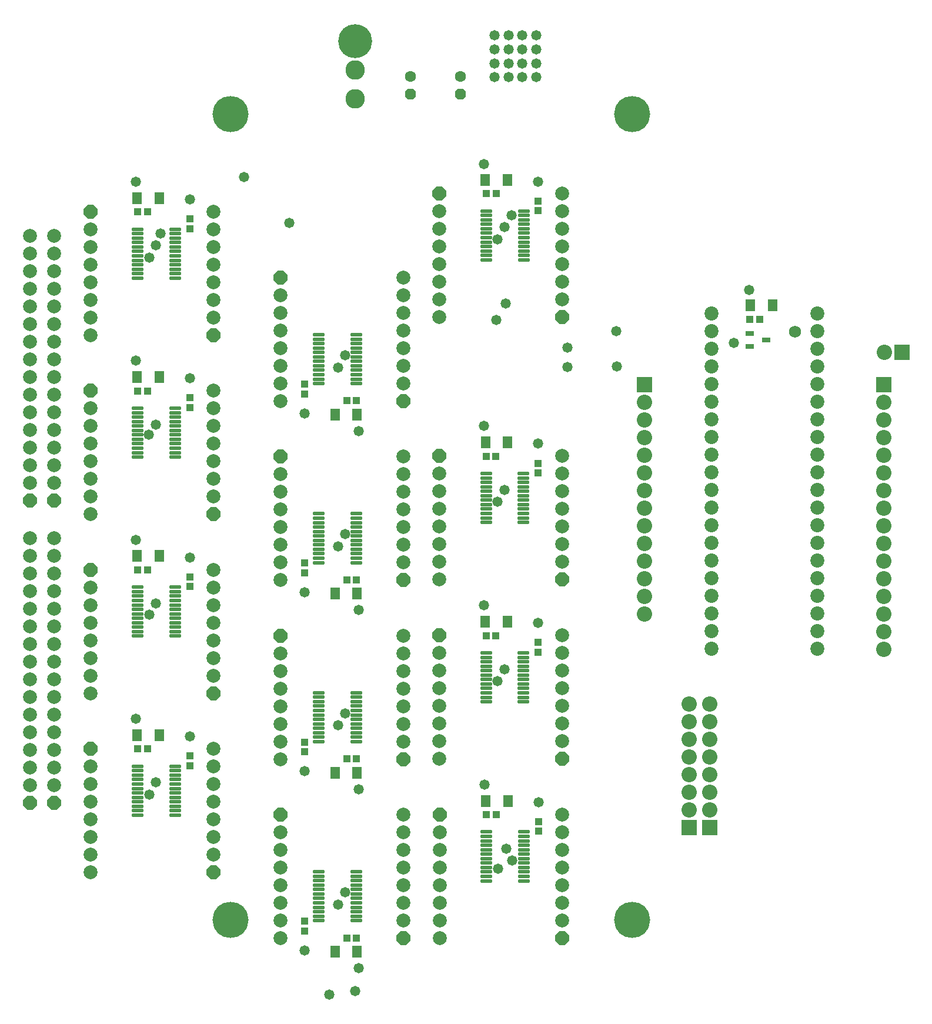
<source format=gts>
G04 Layer_Color=8388736*
%FSLAX44Y44*%
%MOMM*%
G71*
G01*
G75*
%ADD40O,1.7032X0.5432*%
%ADD41R,1.0532X1.0532*%
%ADD42R,1.4032X1.8032*%
%ADD43R,1.0532X1.0532*%
%ADD44R,1.3032X0.8032*%
%ADD45C,2.8032*%
%ADD46C,1.6032*%
%ADD47P,1.7353X8X112.5*%
%ADD48C,2.2032*%
%ADD49R,2.2032X2.2032*%
%ADD50C,1.7272*%
%ADD51C,2.0032*%
%ADD52P,2.1683X8X112.5*%
%ADD53C,2.0232*%
%ADD54R,2.2032X2.2032*%
%ADD55C,1.4732*%
%ADD56C,4.8832*%
%ADD57C,5.2032*%
D40*
X-108100Y192400D02*
D03*
Y198800D02*
D03*
Y205200D02*
D03*
Y211600D02*
D03*
Y218000D02*
D03*
Y224400D02*
D03*
Y230800D02*
D03*
Y237200D02*
D03*
Y243600D02*
D03*
Y250000D02*
D03*
Y256400D02*
D03*
Y262800D02*
D03*
X-162100Y192400D02*
D03*
Y198800D02*
D03*
Y205200D02*
D03*
Y211600D02*
D03*
Y218000D02*
D03*
Y224400D02*
D03*
Y230800D02*
D03*
Y237200D02*
D03*
Y243600D02*
D03*
Y250000D02*
D03*
Y256400D02*
D03*
Y262800D02*
D03*
X-423100Y-358400D02*
D03*
Y-364800D02*
D03*
Y-371200D02*
D03*
Y-377600D02*
D03*
Y-384000D02*
D03*
Y-390400D02*
D03*
Y-396800D02*
D03*
Y-403200D02*
D03*
Y-409600D02*
D03*
Y-416000D02*
D03*
Y-422400D02*
D03*
Y-428800D02*
D03*
X-369100Y-358400D02*
D03*
Y-364800D02*
D03*
Y-371200D02*
D03*
Y-377600D02*
D03*
Y-384000D02*
D03*
Y-390400D02*
D03*
Y-396800D02*
D03*
Y-403200D02*
D03*
Y-409600D02*
D03*
Y-416000D02*
D03*
Y-422400D02*
D03*
Y-428800D02*
D03*
X-423100Y-100700D02*
D03*
Y-107100D02*
D03*
Y-113500D02*
D03*
Y-119900D02*
D03*
Y-126300D02*
D03*
Y-132700D02*
D03*
Y-139100D02*
D03*
Y-145500D02*
D03*
Y-151900D02*
D03*
Y-158300D02*
D03*
Y-164700D02*
D03*
Y-171100D02*
D03*
X-369100Y-100700D02*
D03*
Y-107100D02*
D03*
Y-113500D02*
D03*
Y-119900D02*
D03*
Y-126300D02*
D03*
Y-132700D02*
D03*
Y-139100D02*
D03*
Y-145500D02*
D03*
Y-151900D02*
D03*
Y-158300D02*
D03*
Y-164700D02*
D03*
Y-171100D02*
D03*
X-423100Y157000D02*
D03*
Y150600D02*
D03*
Y144200D02*
D03*
Y137800D02*
D03*
Y131400D02*
D03*
Y125000D02*
D03*
Y118600D02*
D03*
Y112200D02*
D03*
Y105800D02*
D03*
Y99400D02*
D03*
Y93000D02*
D03*
Y86600D02*
D03*
X-369100Y157000D02*
D03*
Y150600D02*
D03*
Y144200D02*
D03*
Y137800D02*
D03*
Y131400D02*
D03*
Y125000D02*
D03*
Y118600D02*
D03*
Y112200D02*
D03*
Y105800D02*
D03*
Y99400D02*
D03*
Y93000D02*
D03*
Y86600D02*
D03*
X-423100Y414700D02*
D03*
Y408300D02*
D03*
Y401900D02*
D03*
Y395500D02*
D03*
Y389100D02*
D03*
Y382700D02*
D03*
Y376300D02*
D03*
Y369900D02*
D03*
Y363500D02*
D03*
Y357100D02*
D03*
Y350700D02*
D03*
Y344300D02*
D03*
X-369100Y414700D02*
D03*
Y408300D02*
D03*
Y401900D02*
D03*
Y395500D02*
D03*
Y389100D02*
D03*
Y382700D02*
D03*
Y376300D02*
D03*
Y369900D02*
D03*
Y363500D02*
D03*
Y357100D02*
D03*
Y350700D02*
D03*
Y344300D02*
D03*
X-108100Y-65300D02*
D03*
Y-58900D02*
D03*
Y-52500D02*
D03*
Y-46100D02*
D03*
Y-39700D02*
D03*
Y-33300D02*
D03*
Y-26900D02*
D03*
Y-20500D02*
D03*
Y-14100D02*
D03*
Y-7700D02*
D03*
Y-1300D02*
D03*
Y5100D02*
D03*
X-162100Y-65300D02*
D03*
Y-58900D02*
D03*
Y-52500D02*
D03*
Y-46100D02*
D03*
Y-39700D02*
D03*
Y-33300D02*
D03*
Y-26900D02*
D03*
Y-20500D02*
D03*
Y-14100D02*
D03*
Y-7700D02*
D03*
Y-1300D02*
D03*
Y5100D02*
D03*
X-108100Y-323000D02*
D03*
Y-316600D02*
D03*
Y-310200D02*
D03*
Y-303800D02*
D03*
Y-297400D02*
D03*
Y-291000D02*
D03*
Y-284600D02*
D03*
Y-278200D02*
D03*
Y-271800D02*
D03*
Y-265400D02*
D03*
Y-259000D02*
D03*
Y-252600D02*
D03*
X-162100Y-323000D02*
D03*
Y-316600D02*
D03*
Y-310200D02*
D03*
Y-303800D02*
D03*
Y-297400D02*
D03*
Y-291000D02*
D03*
Y-284600D02*
D03*
Y-278200D02*
D03*
Y-271800D02*
D03*
Y-265400D02*
D03*
Y-259000D02*
D03*
Y-252600D02*
D03*
X-108100Y-580700D02*
D03*
Y-574300D02*
D03*
Y-567900D02*
D03*
Y-561500D02*
D03*
Y-555100D02*
D03*
Y-548700D02*
D03*
Y-542300D02*
D03*
Y-535900D02*
D03*
Y-529500D02*
D03*
Y-523100D02*
D03*
Y-516700D02*
D03*
Y-510300D02*
D03*
X-162100Y-580700D02*
D03*
Y-574300D02*
D03*
Y-567900D02*
D03*
Y-561500D02*
D03*
Y-555100D02*
D03*
Y-548700D02*
D03*
Y-542300D02*
D03*
Y-535900D02*
D03*
Y-529500D02*
D03*
Y-523100D02*
D03*
Y-516700D02*
D03*
Y-510300D02*
D03*
X79250Y-453000D02*
D03*
Y-459400D02*
D03*
Y-465800D02*
D03*
Y-472200D02*
D03*
Y-478600D02*
D03*
Y-485000D02*
D03*
Y-491400D02*
D03*
Y-497800D02*
D03*
Y-504200D02*
D03*
Y-510600D02*
D03*
Y-517000D02*
D03*
Y-523400D02*
D03*
X133250Y-453000D02*
D03*
Y-459400D02*
D03*
Y-465800D02*
D03*
Y-472200D02*
D03*
Y-478600D02*
D03*
Y-485000D02*
D03*
Y-491400D02*
D03*
Y-497800D02*
D03*
Y-504200D02*
D03*
Y-510600D02*
D03*
Y-517000D02*
D03*
Y-523400D02*
D03*
X78600Y-195200D02*
D03*
Y-201600D02*
D03*
Y-208000D02*
D03*
Y-214400D02*
D03*
Y-220800D02*
D03*
Y-227200D02*
D03*
Y-233600D02*
D03*
Y-240000D02*
D03*
Y-246400D02*
D03*
Y-252800D02*
D03*
Y-259200D02*
D03*
Y-265600D02*
D03*
X132600Y-195200D02*
D03*
Y-201600D02*
D03*
Y-208000D02*
D03*
Y-214400D02*
D03*
Y-220800D02*
D03*
Y-227200D02*
D03*
Y-233600D02*
D03*
Y-240000D02*
D03*
Y-246400D02*
D03*
Y-252800D02*
D03*
Y-259200D02*
D03*
Y-265600D02*
D03*
X78650Y63000D02*
D03*
Y56600D02*
D03*
Y50200D02*
D03*
Y43800D02*
D03*
Y37400D02*
D03*
Y31000D02*
D03*
Y24600D02*
D03*
Y18200D02*
D03*
Y11800D02*
D03*
Y5400D02*
D03*
Y-1000D02*
D03*
Y-7400D02*
D03*
X132650Y63000D02*
D03*
Y56600D02*
D03*
Y50200D02*
D03*
Y43800D02*
D03*
Y37400D02*
D03*
Y31000D02*
D03*
Y24600D02*
D03*
Y18200D02*
D03*
Y11800D02*
D03*
Y5400D02*
D03*
Y-1000D02*
D03*
Y-7400D02*
D03*
X78900Y440900D02*
D03*
Y434500D02*
D03*
Y428100D02*
D03*
Y421700D02*
D03*
Y415300D02*
D03*
Y408900D02*
D03*
Y402500D02*
D03*
Y396100D02*
D03*
Y389700D02*
D03*
Y383300D02*
D03*
Y376900D02*
D03*
Y370500D02*
D03*
X132900Y440900D02*
D03*
Y434500D02*
D03*
Y428100D02*
D03*
Y421700D02*
D03*
Y415300D02*
D03*
Y408900D02*
D03*
Y402500D02*
D03*
Y396100D02*
D03*
Y389700D02*
D03*
Y383300D02*
D03*
Y376900D02*
D03*
Y370500D02*
D03*
D41*
X-348093Y-343593D02*
D03*
Y-357593D02*
D03*
Y-85893D02*
D03*
Y-99894D02*
D03*
Y171807D02*
D03*
Y157807D02*
D03*
Y429507D02*
D03*
Y415507D02*
D03*
X-183106Y177593D02*
D03*
Y191593D02*
D03*
Y-80106D02*
D03*
Y-66107D02*
D03*
Y-337807D02*
D03*
Y-323806D02*
D03*
X154256Y-438194D02*
D03*
Y-452193D02*
D03*
X153657Y77807D02*
D03*
Y63807D02*
D03*
X153400Y455200D02*
D03*
Y441200D02*
D03*
X-183106Y-595507D02*
D03*
Y-581507D02*
D03*
X153607Y-180394D02*
D03*
Y-194394D02*
D03*
D42*
X-424090Y-313600D02*
D03*
X-392090D02*
D03*
X-424090Y-55900D02*
D03*
X-392090D02*
D03*
X-424090Y201800D02*
D03*
X-392090D02*
D03*
X-424090Y459500D02*
D03*
X-392090D02*
D03*
X-107110Y147600D02*
D03*
X-139110D02*
D03*
X-107110Y-110100D02*
D03*
X-139110D02*
D03*
X-107110Y-367800D02*
D03*
X-139110D02*
D03*
X-107110Y-625500D02*
D03*
X-139110D02*
D03*
X78260Y-408200D02*
D03*
X110260D02*
D03*
X77610Y-150400D02*
D03*
X109610D02*
D03*
X77660Y107803D02*
D03*
X109660D02*
D03*
X77400Y485700D02*
D03*
X109400D02*
D03*
X491250Y305100D02*
D03*
X459250D02*
D03*
D43*
X-409090Y-333610D02*
D03*
X-423090D02*
D03*
X-409100Y-75887D02*
D03*
X-423100D02*
D03*
X-409090Y181790D02*
D03*
X-423090D02*
D03*
X-409090Y439490D02*
D03*
X-423090D02*
D03*
X-122110Y167610D02*
D03*
X-108110D02*
D03*
X-122110Y-90090D02*
D03*
X-108110D02*
D03*
X-122110Y-347790D02*
D03*
X-108110D02*
D03*
X-122110Y-605490D02*
D03*
X-108110D02*
D03*
X93250Y-428200D02*
D03*
X79250D02*
D03*
X92600Y-170400D02*
D03*
X78600D02*
D03*
X92660Y87803D02*
D03*
X78660D02*
D03*
X92900Y465700D02*
D03*
X78900D02*
D03*
X458250Y285100D02*
D03*
X472250D02*
D03*
D44*
X482250Y255100D02*
D03*
X458250Y245600D02*
D03*
Y264600D02*
D03*
D45*
X-109719Y643500D02*
D03*
Y602100D02*
D03*
D46*
X-30450Y634100D02*
D03*
X42050D02*
D03*
D47*
X-30450Y609100D02*
D03*
X42050D02*
D03*
D48*
X401000Y-269000D02*
D03*
Y-319800D02*
D03*
Y-396000D02*
D03*
Y-421400D02*
D03*
Y-370600D02*
D03*
Y-345200D02*
D03*
Y-294400D02*
D03*
X370600Y-268950D02*
D03*
Y-319750D02*
D03*
Y-395950D02*
D03*
Y-421350D02*
D03*
Y-370550D02*
D03*
Y-345150D02*
D03*
Y-294350D02*
D03*
X651500Y-88400D02*
D03*
Y-63000D02*
D03*
Y38600D02*
D03*
Y89400D02*
D03*
Y114800D02*
D03*
Y165600D02*
D03*
Y140200D02*
D03*
Y64000D02*
D03*
Y13200D02*
D03*
Y-37600D02*
D03*
Y-12200D02*
D03*
Y-113800D02*
D03*
Y-139200D02*
D03*
Y-164600D02*
D03*
Y-190000D02*
D03*
X306500Y-138950D02*
D03*
Y-113550D02*
D03*
Y-11950D02*
D03*
Y-37350D02*
D03*
Y13450D02*
D03*
Y64250D02*
D03*
Y140450D02*
D03*
Y165850D02*
D03*
Y115050D02*
D03*
Y89650D02*
D03*
Y38850D02*
D03*
Y-62750D02*
D03*
Y-88150D02*
D03*
X652100Y237000D02*
D03*
D49*
X401000Y-446800D02*
D03*
X370600Y-446750D02*
D03*
X651500Y191000D02*
D03*
X306500Y191250D02*
D03*
D50*
X523250Y267100D02*
D03*
D51*
X-314000Y-333200D02*
D03*
Y-358600D02*
D03*
Y-409400D02*
D03*
Y-485600D02*
D03*
Y-460200D02*
D03*
Y-434800D02*
D03*
Y-384000D02*
D03*
X-217200Y167200D02*
D03*
Y192600D02*
D03*
Y243400D02*
D03*
Y319600D02*
D03*
Y294200D02*
D03*
Y268800D02*
D03*
Y218000D02*
D03*
X188350Y-427800D02*
D03*
Y-453200D02*
D03*
Y-504000D02*
D03*
Y-580200D02*
D03*
Y-554800D02*
D03*
Y-529400D02*
D03*
Y-478600D02*
D03*
X-490700Y-511000D02*
D03*
Y-485600D02*
D03*
Y-434800D02*
D03*
Y-358600D02*
D03*
Y-384000D02*
D03*
Y-409400D02*
D03*
Y-460200D02*
D03*
X-40500Y345000D02*
D03*
Y319600D02*
D03*
Y268800D02*
D03*
Y192600D02*
D03*
Y218000D02*
D03*
Y243400D02*
D03*
Y294200D02*
D03*
X11650Y-605600D02*
D03*
Y-580200D02*
D03*
Y-529400D02*
D03*
Y-453200D02*
D03*
Y-478600D02*
D03*
Y-504000D02*
D03*
Y-554800D02*
D03*
X-314000Y-75500D02*
D03*
Y-100900D02*
D03*
Y-151700D02*
D03*
Y-227900D02*
D03*
Y-202500D02*
D03*
Y-177100D02*
D03*
Y-126300D02*
D03*
X-217200Y-90500D02*
D03*
Y-65100D02*
D03*
Y-14300D02*
D03*
Y61900D02*
D03*
Y36500D02*
D03*
Y11100D02*
D03*
Y-39700D02*
D03*
X187700Y-170000D02*
D03*
Y-195400D02*
D03*
Y-246200D02*
D03*
Y-322400D02*
D03*
Y-297000D02*
D03*
Y-271600D02*
D03*
Y-220800D02*
D03*
X-490700Y-253300D02*
D03*
Y-227900D02*
D03*
Y-177100D02*
D03*
Y-100900D02*
D03*
Y-126300D02*
D03*
Y-151700D02*
D03*
Y-202500D02*
D03*
X-40500Y87300D02*
D03*
Y61900D02*
D03*
Y11100D02*
D03*
Y-65100D02*
D03*
Y-39700D02*
D03*
Y-14300D02*
D03*
Y36500D02*
D03*
X11000Y-347800D02*
D03*
Y-322400D02*
D03*
Y-271600D02*
D03*
Y-195400D02*
D03*
Y-220800D02*
D03*
Y-246200D02*
D03*
Y-297000D02*
D03*
X-314000Y182200D02*
D03*
Y156800D02*
D03*
Y106000D02*
D03*
Y29800D02*
D03*
Y55200D02*
D03*
Y80600D02*
D03*
Y131400D02*
D03*
X-217200Y-348200D02*
D03*
Y-322800D02*
D03*
Y-272000D02*
D03*
Y-195800D02*
D03*
Y-221200D02*
D03*
Y-246600D02*
D03*
Y-297400D02*
D03*
X187750Y88200D02*
D03*
Y62800D02*
D03*
Y12000D02*
D03*
Y-64200D02*
D03*
Y-38800D02*
D03*
Y-13400D02*
D03*
Y37400D02*
D03*
X-490700Y4400D02*
D03*
Y29800D02*
D03*
Y80600D02*
D03*
Y156800D02*
D03*
Y131400D02*
D03*
Y106000D02*
D03*
Y55200D02*
D03*
X-40500Y-170400D02*
D03*
Y-195800D02*
D03*
Y-246600D02*
D03*
Y-322800D02*
D03*
Y-297400D02*
D03*
Y-272000D02*
D03*
Y-221200D02*
D03*
X11050Y-89600D02*
D03*
Y-64200D02*
D03*
Y-13400D02*
D03*
Y62800D02*
D03*
Y37400D02*
D03*
Y12000D02*
D03*
Y-38800D02*
D03*
X-314000Y439900D02*
D03*
Y414500D02*
D03*
Y363700D02*
D03*
Y287500D02*
D03*
Y312900D02*
D03*
Y338300D02*
D03*
Y389100D02*
D03*
X-217200Y-605900D02*
D03*
Y-580500D02*
D03*
Y-529700D02*
D03*
Y-453500D02*
D03*
Y-478900D02*
D03*
Y-504300D02*
D03*
Y-555100D02*
D03*
X188000Y466100D02*
D03*
Y440700D02*
D03*
Y389900D02*
D03*
Y313700D02*
D03*
Y339100D02*
D03*
Y364500D02*
D03*
Y415300D02*
D03*
X-490700Y262100D02*
D03*
Y287500D02*
D03*
Y338300D02*
D03*
Y414500D02*
D03*
Y389100D02*
D03*
Y363700D02*
D03*
Y312900D02*
D03*
X-40500Y-428100D02*
D03*
Y-453500D02*
D03*
Y-504300D02*
D03*
Y-580500D02*
D03*
Y-555100D02*
D03*
Y-529700D02*
D03*
Y-478900D02*
D03*
X11300Y288300D02*
D03*
Y313700D02*
D03*
Y364500D02*
D03*
Y440700D02*
D03*
Y415300D02*
D03*
Y389900D02*
D03*
Y339100D02*
D03*
X-578500Y-30000D02*
D03*
Y-55400D02*
D03*
Y-80800D02*
D03*
Y-106200D02*
D03*
Y-131600D02*
D03*
Y-157000D02*
D03*
Y-385600D02*
D03*
Y-360200D02*
D03*
Y-334800D02*
D03*
Y-309400D02*
D03*
Y-284000D02*
D03*
Y-258600D02*
D03*
Y-233200D02*
D03*
Y-207800D02*
D03*
Y-182400D02*
D03*
X-543500Y-30000D02*
D03*
Y-55400D02*
D03*
Y-80800D02*
D03*
Y-106200D02*
D03*
Y-131600D02*
D03*
Y-157000D02*
D03*
Y-385600D02*
D03*
Y-360200D02*
D03*
Y-334800D02*
D03*
Y-309400D02*
D03*
Y-284000D02*
D03*
Y-258600D02*
D03*
Y-233200D02*
D03*
Y-207800D02*
D03*
Y-182400D02*
D03*
Y405000D02*
D03*
Y379600D02*
D03*
Y354200D02*
D03*
Y328800D02*
D03*
Y303400D02*
D03*
Y278000D02*
D03*
Y49400D02*
D03*
Y74800D02*
D03*
Y100200D02*
D03*
Y125600D02*
D03*
Y151000D02*
D03*
Y176400D02*
D03*
Y201800D02*
D03*
Y227200D02*
D03*
Y252600D02*
D03*
X-578500Y405000D02*
D03*
Y379600D02*
D03*
Y354200D02*
D03*
Y328800D02*
D03*
Y303400D02*
D03*
Y278000D02*
D03*
Y49400D02*
D03*
Y74800D02*
D03*
Y100200D02*
D03*
Y125600D02*
D03*
Y151000D02*
D03*
Y176400D02*
D03*
Y201800D02*
D03*
Y227200D02*
D03*
Y252600D02*
D03*
D52*
X-314000Y-511000D02*
D03*
X-217200Y345000D02*
D03*
X188350Y-605600D02*
D03*
X-490700Y-333200D02*
D03*
X-40500Y167200D02*
D03*
X11650Y-427800D02*
D03*
X-314000Y-253300D02*
D03*
X-217200Y87300D02*
D03*
X187700Y-347800D02*
D03*
X-490700Y-75500D02*
D03*
X-40500Y-90500D02*
D03*
X11000Y-170000D02*
D03*
X-314000Y4400D02*
D03*
X-217200Y-170400D02*
D03*
X187750Y-89600D02*
D03*
X-490700Y182200D02*
D03*
X-40500Y-348200D02*
D03*
X11050Y88200D02*
D03*
X-314000Y262100D02*
D03*
X-217200Y-428100D02*
D03*
X188000Y288300D02*
D03*
X-490700Y439900D02*
D03*
X-40500Y-605900D02*
D03*
X11300Y466100D02*
D03*
X-578500Y-411000D02*
D03*
X-543500D02*
D03*
Y24000D02*
D03*
X-578500D02*
D03*
D53*
X555250Y-189500D02*
D03*
Y-164100D02*
D03*
Y-138700D02*
D03*
Y-113300D02*
D03*
Y-87900D02*
D03*
Y-62500D02*
D03*
Y-37100D02*
D03*
Y-11700D02*
D03*
Y13700D02*
D03*
Y293100D02*
D03*
Y267700D02*
D03*
Y242300D02*
D03*
Y216900D02*
D03*
Y191500D02*
D03*
Y166100D02*
D03*
Y140700D02*
D03*
Y115300D02*
D03*
Y89900D02*
D03*
Y64500D02*
D03*
Y39100D02*
D03*
X402850Y-189500D02*
D03*
Y-164100D02*
D03*
Y-138700D02*
D03*
Y-113300D02*
D03*
Y-87900D02*
D03*
Y-62500D02*
D03*
Y-37100D02*
D03*
Y-11700D02*
D03*
Y13700D02*
D03*
Y293100D02*
D03*
Y267700D02*
D03*
Y242300D02*
D03*
Y216900D02*
D03*
Y191500D02*
D03*
Y166100D02*
D03*
Y140700D02*
D03*
Y115300D02*
D03*
Y89900D02*
D03*
Y64500D02*
D03*
Y39100D02*
D03*
D54*
X677500Y237000D02*
D03*
D55*
X130750Y633500D02*
D03*
X-270000Y490000D02*
D03*
X435250Y251100D02*
D03*
X-406600Y-140000D02*
D03*
X-406710Y118770D02*
D03*
X-406600Y373800D02*
D03*
X-205000Y424000D02*
D03*
X196000Y216000D02*
D03*
Y244000D02*
D03*
X267000Y216900D02*
D03*
X266000Y267700D02*
D03*
X93000Y284000D02*
D03*
X107000Y308000D02*
D03*
X-147000Y-687000D02*
D03*
X-110000Y-682000D02*
D03*
X95640Y-505856D02*
D03*
X-390100Y408300D02*
D03*
X116000Y-494000D02*
D03*
X105150Y39600D02*
D03*
X95150Y22100D02*
D03*
X153660Y105803D02*
D03*
X-396600Y133600D02*
D03*
X-105110Y124097D02*
D03*
X-124600Y233300D02*
D03*
X-406600Y-399300D02*
D03*
X-396600Y-381800D02*
D03*
Y-124100D02*
D03*
Y391300D02*
D03*
X-124600Y-539800D02*
D03*
Y-282100D02*
D03*
X-134600Y-299600D02*
D03*
X-124600Y-24400D02*
D03*
X-134600Y-41900D02*
D03*
Y215800D02*
D03*
X107500Y-477499D02*
D03*
X105100Y-218600D02*
D03*
X95100Y-236100D02*
D03*
X75660Y131303D02*
D03*
X-183110Y-365803D02*
D03*
X-348090Y199803D02*
D03*
X-183110Y-623503D02*
D03*
X-348090Y457503D02*
D03*
X-183110Y-108103D02*
D03*
X-348090Y-57897D02*
D03*
X154260Y-410197D02*
D03*
X-183110Y149597D02*
D03*
X-348090Y-315597D02*
D03*
X153610Y-152397D02*
D03*
X-105110Y-391303D02*
D03*
X-426090Y225303D02*
D03*
X-105110Y-649003D02*
D03*
X-426090Y483003D02*
D03*
X-105110Y-133603D02*
D03*
X-426090Y-32397D02*
D03*
X76260Y-384697D02*
D03*
X-426090Y-290097D02*
D03*
X75610Y-126897D02*
D03*
X95400Y400000D02*
D03*
X457250Y327000D02*
D03*
X90750Y633500D02*
D03*
X110750D02*
D03*
X90750Y653500D02*
D03*
X130750Y673500D02*
D03*
Y693500D02*
D03*
X150750D02*
D03*
Y673500D02*
D03*
X130750Y653500D02*
D03*
X150750Y633500D02*
D03*
Y653500D02*
D03*
X110750D02*
D03*
Y673500D02*
D03*
Y693500D02*
D03*
X90750D02*
D03*
Y673500D02*
D03*
X105400Y417500D02*
D03*
X115400Y435000D02*
D03*
X153400Y483200D02*
D03*
X75900Y508200D02*
D03*
X-134600Y-557300D02*
D03*
D56*
X-109719Y685500D02*
D03*
D57*
X-289000Y580000D02*
D03*
X289000D02*
D03*
X-289000Y-580000D02*
D03*
X289000D02*
D03*
M02*

</source>
